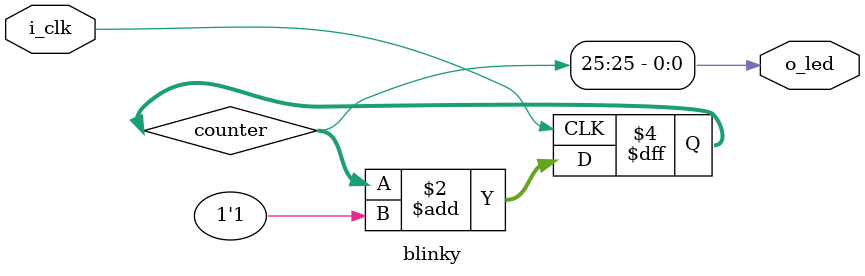
<source format=v>

`default_nettype none

module blinky(
    input wire i_clk,
    output wire o_led       //temp debug
    //here will go all the address and data lines and stuff - make the addr width variable
    );

    parameter CBITS = 26;

    //here will go all the address and data lines and stuff

    reg	[CBITS-1:0]	counter = 0;
    always @(posedge i_clk)
    counter <= counter + 1'b1;
    assign o_led = counter[CBITS-1];
endmodule

</source>
